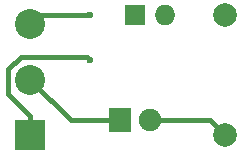
<source format=gbr>
G04 #@! TF.FileFunction,Copper,L2,Bot,Signal*
%FSLAX46Y46*%
G04 Gerber Fmt 4.6, Leading zero omitted, Abs format (unit mm)*
G04 Created by KiCad (PCBNEW 4.0.2-stable) date Wednesday, 03 August 2016 'amt' 10:39:47*
%MOMM*%
G01*
G04 APERTURE LIST*
%ADD10C,0.100000*%
%ADD11R,1.900000X2.000000*%
%ADD12C,1.900000*%
%ADD13R,1.727200X1.727200*%
%ADD14O,1.727200X1.727200*%
%ADD15C,1.998980*%
%ADD16R,2.540000X2.540000*%
%ADD17C,2.540000*%
%ADD18C,0.600000*%
%ADD19C,0.400000*%
G04 APERTURE END LIST*
D10*
D11*
X127000000Y-105410000D03*
D12*
X129540000Y-105410000D03*
D13*
X128270000Y-96520000D03*
D14*
X130810000Y-96520000D03*
D15*
X135890000Y-106680000D03*
X135890000Y-96520000D03*
D16*
X119380000Y-106680000D03*
D17*
X119380000Y-101981000D03*
X119380000Y-97282000D03*
D18*
X124460000Y-96520000D03*
X124460000Y-100330000D03*
D19*
X119380000Y-101981000D02*
X122809000Y-105410000D01*
X122809000Y-105410000D02*
X127000000Y-105410000D01*
X129540000Y-105410000D02*
X134620000Y-105410000D01*
X134620000Y-105410000D02*
X135890000Y-106680000D01*
X124460000Y-96520000D02*
X120142000Y-96520000D01*
X120142000Y-96520000D02*
X119380000Y-97282000D01*
X124460000Y-100330000D02*
X124160001Y-100030001D01*
X124160001Y-100030001D02*
X118563397Y-100030001D01*
X117509999Y-103139999D02*
X119380000Y-105010000D01*
X118563397Y-100030001D02*
X117509999Y-101083399D01*
X117509999Y-101083399D02*
X117509999Y-103139999D01*
X119380000Y-105010000D02*
X119380000Y-106680000D01*
M02*

</source>
